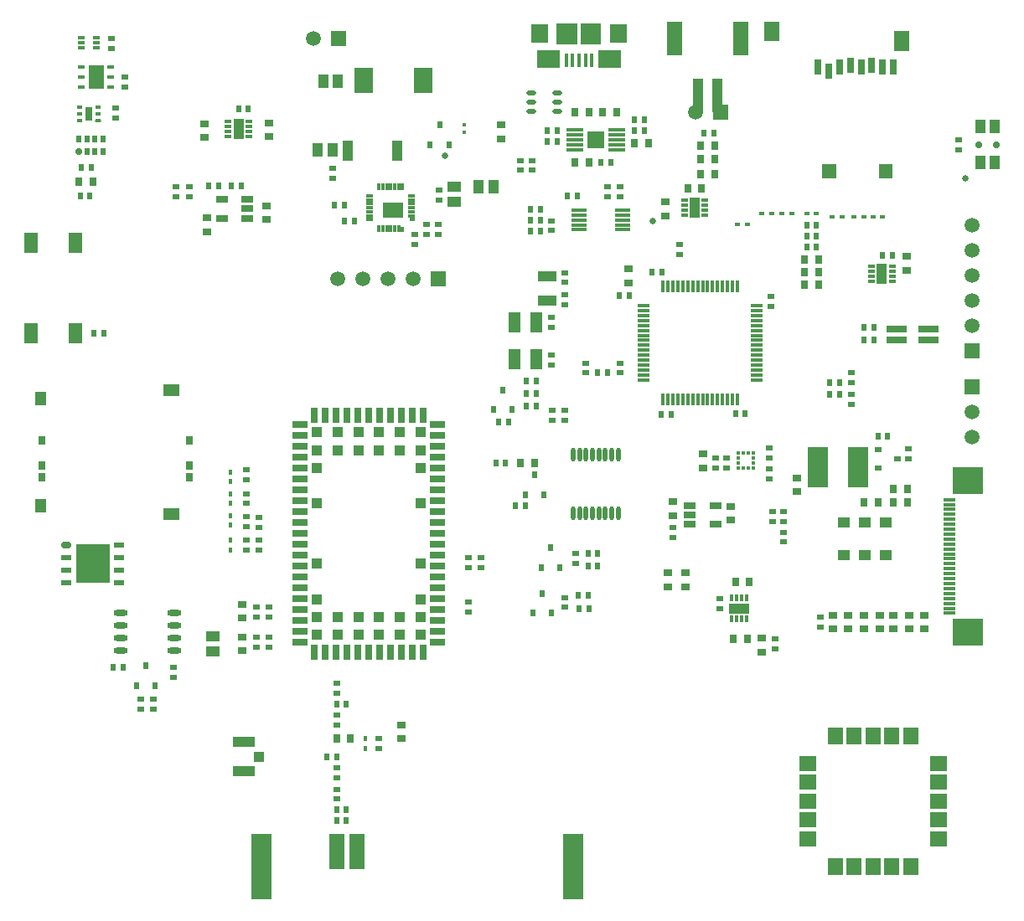
<source format=gbr>
%TF.GenerationSoftware,Altium Limited,Altium Designer,20.2.6 (244)*%
G04 Layer_Color=8388736*
%FSLAX45Y45*%
%MOMM*%
%TF.SameCoordinates,65E78103-6D03-462D-AAE3-041F84C347C7*%
%TF.FilePolarity,Negative*%
%TF.FileFunction,Soldermask,Top*%
%TF.Part,Single*%
G01*
G75*
%TA.AperFunction,SMDPad,CuDef*%
%ADD14R,1.50000X3.60000*%
%ADD15R,2.10000X6.60000*%
%ADD19R,2.20000X1.05000*%
%ADD20R,1.05000X1.00000*%
%ADD21O,1.00000X0.50000*%
%ADD22R,1.10000X1.40000*%
%TA.AperFunction,ConnectorPad*%
%ADD29R,1.80000X1.90000*%
%ADD30R,0.40000X1.35000*%
%TA.AperFunction,SMDPad,CuDef*%
%ADD31O,0.45000X1.40000*%
%ADD32R,1.40000X2.10000*%
%TA.AperFunction,ConnectorPad*%
%ADD33R,1.05000X1.40000*%
%TA.AperFunction,SMDPad,CuDef*%
%ADD34R,1.50000X1.80000*%
%ADD35R,1.80000X1.50000*%
%TA.AperFunction,ConnectorPad*%
%ADD36R,0.80000X0.90000*%
%TA.AperFunction,SMDPad,CuDef*%
%ADD40O,1.45000X0.60000*%
%ADD41R,0.90000X0.80000*%
%ADD42R,0.80000X1.50000*%
%ADD43R,1.50000X0.80000*%
%TA.AperFunction,BGAPad,CuDef*%
%ADD44R,1.10000X1.10000*%
%TA.AperFunction,SMDPad,CuDef*%
%ADD45R,0.30000X0.50000*%
%ADD46R,0.80000X0.90000*%
%ADD47R,1.40000X1.10000*%
%ADD49R,0.80000X1.50000*%
%ADD50R,1.00000X3.50000*%
%ADD51R,1.50000X3.40000*%
%ADD55R,0.80000X0.40000*%
%ADD56R,1.50000X2.40000*%
%ADD66R,0.50000X0.30000*%
%ADD71R,0.37500X0.35000*%
%ADD72R,0.35000X0.37500*%
%TA.AperFunction,ComponentPad*%
%ADD80R,1.50000X1.50000*%
%ADD81C,1.50000*%
%ADD82C,0.70000*%
%ADD83R,1.50000X1.50000*%
%TA.AperFunction,ViaPad*%
%ADD84C,0.65000*%
%TA.AperFunction,SMDPad,CuDef*%
%ADD101R,1.20000X0.70000*%
G04:AMPARAMS|DCode=102|XSize=0.6mm|YSize=0.7mm|CornerRadius=0mm|HoleSize=0mm|Usage=FLASHONLY|Rotation=0.000|XOffset=0mm|YOffset=0mm|HoleType=Round|Shape=Octagon|*
%AMOCTAGOND102*
4,1,8,-0.15000,0.35000,0.15000,0.35000,0.30000,0.20000,0.30000,-0.20000,0.15000,-0.35000,-0.15000,-0.35000,-0.30000,-0.20000,-0.30000,0.20000,-0.15000,0.35000,0.0*
%
%ADD102OCTAGOND102*%

%ADD103R,0.60000X0.70000*%
%ADD104R,0.70000X0.60000*%
%ADD105R,1.30000X0.40000*%
%ADD106R,0.40000X1.30000*%
%ADD107R,2.10000X1.60000*%
%ADD108R,0.60000X0.30000*%
%ADD109R,0.75000X0.30000*%
%ADD110R,0.30000X0.60000*%
%ADD111R,0.30000X0.75000*%
%ADD112R,1.90000X2.50000*%
G04:AMPARAMS|DCode=113|XSize=1.06mm|YSize=0.6mm|CornerRadius=0.175mm|HoleSize=0mm|Usage=FLASHONLY|Rotation=0.000|XOffset=0mm|YOffset=0mm|HoleType=Round|Shape=RoundedRectangle|*
%AMROUNDEDRECTD113*
21,1,1.06000,0.25000,0,0,0.0*
21,1,0.71000,0.60000,0,0,0.0*
1,1,0.35000,0.35500,-0.12500*
1,1,0.35000,-0.35500,-0.12500*
1,1,0.35000,-0.35500,0.12500*
1,1,0.35000,0.35500,0.12500*
%
%ADD113ROUNDEDRECTD113*%
%ADD114R,1.06000X0.60000*%
%ADD115R,3.50000X3.90000*%
%ADD116R,1.30000X1.00000*%
%ADD117R,1.30000X2.10000*%
%ADD118R,1.90000X1.10000*%
%ADD119R,2.10000X0.65000*%
%ADD120R,0.75000X1.45000*%
%ADD121R,0.60000X0.35000*%
G04:AMPARAMS|DCode=122|XSize=0.6mm|YSize=0.35mm|CornerRadius=0.1125mm|HoleSize=0mm|Usage=FLASHONLY|Rotation=0.000|XOffset=0mm|YOffset=0mm|HoleType=Round|Shape=RoundedRectangle|*
%AMROUNDEDRECTD122*
21,1,0.60000,0.12500,0,0,0.0*
21,1,0.37500,0.35000,0,0,0.0*
1,1,0.22500,0.18750,-0.06250*
1,1,0.22500,-0.18750,-0.06250*
1,1,0.22500,-0.18750,0.06250*
1,1,0.22500,0.18750,0.06250*
%
%ADD122ROUNDEDRECTD122*%
%ADD123R,0.77000X0.40000*%
%ADD124R,0.35000X0.46000*%
%ADD125R,0.80000X0.40000*%
%ADD126R,1.05000X2.05000*%
%ADD127R,1.10000X2.10000*%
%ADD128R,1.55000X0.40000*%
%ADD129R,1.70000X0.40000*%
%ADD130R,1.70000X1.70000*%
%ADD131R,0.40000X0.80000*%
%ADD132R,2.05000X1.05000*%
%ADD133R,2.10000X4.10000*%
%ADD134R,1.30000X0.40000*%
%ADD135R,3.10000X2.80000*%
G36*
X5695000Y8745000D02*
X5485000D01*
Y8955000D01*
X5695000D01*
Y8745000D01*
D02*
G37*
G36*
X5515000Y8505000D02*
X5285000D01*
Y8685000D01*
X5515000D01*
Y8505000D01*
D02*
G37*
G36*
X1671000Y5188500D02*
X1511001D01*
Y5303500D01*
X1671000D01*
Y5188500D01*
D02*
G37*
G36*
X329000Y5092500D02*
X214001D01*
Y5232500D01*
X329000D01*
Y5092500D01*
D02*
G37*
G36*
Y4007500D02*
X214001D01*
Y4147500D01*
X329000D01*
Y4007500D01*
D02*
G37*
G36*
X1671000Y3936500D02*
X1511001D01*
Y4051500D01*
X1671000D01*
Y3936500D01*
D02*
G37*
G36*
X6135000Y8505000D02*
X5905000D01*
Y8685000D01*
X6135000D01*
Y8505000D01*
D02*
G37*
G36*
X5935000Y8745000D02*
X5725000D01*
Y8955000D01*
X5935000D01*
Y8745000D01*
D02*
G37*
G36*
X7585000Y8975000D02*
X7735000D01*
Y8775000D01*
X7585000D01*
Y8975000D01*
D02*
G37*
G36*
X8170000Y7535000D02*
X8310000D01*
Y7385000D01*
X8170000D01*
Y7535000D01*
D02*
G37*
G36*
X8740000D02*
X8880000D01*
Y7385000D01*
X8740000D01*
Y7535000D01*
D02*
G37*
G36*
X8895000Y8875000D02*
X9045000D01*
Y8675000D01*
X8895000D01*
Y8875000D01*
D02*
G37*
D14*
X3260000Y580000D02*
D03*
X3470000D02*
D03*
D15*
X2500000Y430000D02*
D03*
X5650000D02*
D03*
D19*
X2327500Y1392500D02*
D03*
Y1687500D02*
D03*
D20*
X2480000Y1540000D02*
D03*
D21*
X5225000Y8255000D02*
D03*
Y8160000D02*
D03*
Y8065000D02*
D03*
X5495000Y8255000D02*
D03*
Y8160000D02*
D03*
Y8065000D02*
D03*
D22*
X4845000Y7300000D02*
D03*
X4695000D02*
D03*
X3125000Y8370000D02*
D03*
X3275000D02*
D03*
X3073000Y7680000D02*
D03*
X3223000D02*
D03*
D29*
X5310000Y8850000D02*
D03*
X6110000D02*
D03*
D30*
X5840000Y8582500D02*
D03*
X5775000D02*
D03*
X5580000D02*
D03*
X5645000D02*
D03*
X5710000D02*
D03*
D31*
X5652500Y4005000D02*
D03*
X5717500D02*
D03*
X5782500D02*
D03*
X5847500D02*
D03*
X5912500D02*
D03*
X5977500D02*
D03*
X6042500D02*
D03*
X6107500D02*
D03*
X5652500Y4595000D02*
D03*
X5717500D02*
D03*
X5782500D02*
D03*
X5847500D02*
D03*
X5912500D02*
D03*
X5977500D02*
D03*
X6042500D02*
D03*
X6107500D02*
D03*
D32*
X177000Y6735000D02*
D03*
X623000D02*
D03*
X177000Y5825000D02*
D03*
X623000D02*
D03*
D33*
X9767500Y7550000D02*
D03*
Y7910000D02*
D03*
X9912500Y7550000D02*
D03*
Y7910000D02*
D03*
D34*
X9060000Y1750000D02*
D03*
X8870000D02*
D03*
X8680000D02*
D03*
X8490000D02*
D03*
X8300000D02*
D03*
Y430000D02*
D03*
X8490000D02*
D03*
X8680000D02*
D03*
X8870000D02*
D03*
X9060000D02*
D03*
D35*
X8020000Y1470000D02*
D03*
Y1280000D02*
D03*
Y1090000D02*
D03*
Y900000D02*
D03*
Y710000D02*
D03*
X9340000D02*
D03*
Y900000D02*
D03*
Y1090000D02*
D03*
Y1280000D02*
D03*
Y1470000D02*
D03*
D36*
X1777001Y4741000D02*
D03*
Y4487000D02*
D03*
Y4363000D02*
D03*
X283000Y4741000D02*
D03*
Y4487000D02*
D03*
Y4363000D02*
D03*
D40*
X1077501Y2990500D02*
D03*
Y2863500D02*
D03*
Y2736500D02*
D03*
Y2609500D02*
D03*
X1622501Y2990500D02*
D03*
Y2863500D02*
D03*
Y2736500D02*
D03*
Y2609500D02*
D03*
D41*
X2310000Y2610000D02*
D03*
Y2750000D02*
D03*
X2310001Y3080000D02*
D03*
Y2940000D02*
D03*
X3920000Y1720000D02*
D03*
Y1860000D02*
D03*
X6790001Y3400000D02*
D03*
Y3260000D02*
D03*
X6610001Y3400000D02*
D03*
Y3260000D02*
D03*
X6209974Y6330000D02*
D03*
Y6470000D02*
D03*
X2580000Y7810000D02*
D03*
Y7950000D02*
D03*
X1930000Y7800000D02*
D03*
Y7940000D02*
D03*
X1950000Y6850000D02*
D03*
Y6990000D02*
D03*
X2550000Y7110000D02*
D03*
Y6970000D02*
D03*
X4920000Y7930000D02*
D03*
Y7790000D02*
D03*
X6580000Y7010000D02*
D03*
Y7150000D02*
D03*
X6660000Y3980000D02*
D03*
Y4120000D02*
D03*
X7240001Y3930000D02*
D03*
Y4070000D02*
D03*
X6960000Y4600000D02*
D03*
Y4460000D02*
D03*
X7560000Y2740000D02*
D03*
Y2600000D02*
D03*
X9020000Y6460000D02*
D03*
Y6600000D02*
D03*
X8750001Y2970000D02*
D03*
Y2830000D02*
D03*
X8430001Y2970000D02*
D03*
Y2830000D02*
D03*
X8280001Y2970000D02*
D03*
Y2830000D02*
D03*
X8590001Y2970000D02*
D03*
Y2830000D02*
D03*
X8890001Y2970000D02*
D03*
Y2830000D02*
D03*
X9200001Y2970000D02*
D03*
Y2830000D02*
D03*
X9050001Y2970000D02*
D03*
Y2830000D02*
D03*
X7910000Y4360000D02*
D03*
Y4220000D02*
D03*
D42*
X4135000Y2600000D02*
D03*
X4025000D02*
D03*
X3915001D02*
D03*
X3805001D02*
D03*
X3695000D02*
D03*
X3585000D02*
D03*
X3475000D02*
D03*
X3365000D02*
D03*
X3255000D02*
D03*
X3145001D02*
D03*
X3035001D02*
D03*
X3035000Y4990000D02*
D03*
X3145000D02*
D03*
X3255000D02*
D03*
X3365000D02*
D03*
X3475000D02*
D03*
X3585000D02*
D03*
X3695000D02*
D03*
X3805000D02*
D03*
X3915000D02*
D03*
X4025000D02*
D03*
X4135000D02*
D03*
D43*
X2890000Y2695000D02*
D03*
Y2805000D02*
D03*
Y2915000D02*
D03*
Y3025000D02*
D03*
Y3135000D02*
D03*
Y3245000D02*
D03*
Y3355000D02*
D03*
Y3465000D02*
D03*
Y3575000D02*
D03*
Y3685000D02*
D03*
Y3795000D02*
D03*
Y3905000D02*
D03*
Y4015000D02*
D03*
Y4125000D02*
D03*
Y4235000D02*
D03*
Y4345000D02*
D03*
Y4455000D02*
D03*
Y4565000D02*
D03*
Y4675000D02*
D03*
Y4785000D02*
D03*
Y4895000D02*
D03*
X4280000D02*
D03*
Y4785000D02*
D03*
Y4675000D02*
D03*
Y4565000D02*
D03*
Y4455000D02*
D03*
Y4345000D02*
D03*
Y4235000D02*
D03*
Y4125000D02*
D03*
Y4015000D02*
D03*
Y3905000D02*
D03*
Y3795000D02*
D03*
Y3684999D02*
D03*
Y3575000D02*
D03*
Y3465000D02*
D03*
Y3355000D02*
D03*
Y3245000D02*
D03*
Y3135000D02*
D03*
Y3025000D02*
D03*
Y2915000D02*
D03*
Y2804999D02*
D03*
Y2695000D02*
D03*
D44*
X3060000Y4820000D02*
D03*
X3270000D02*
D03*
X3480000D02*
D03*
X3690000D02*
D03*
X3900000D02*
D03*
X4110000D02*
D03*
X3060000Y4640000D02*
D03*
X3270000D02*
D03*
X3480000D02*
D03*
X3690000D02*
D03*
X3900000D02*
D03*
X4110000D02*
D03*
X3060000Y4460000D02*
D03*
X4110000D02*
D03*
X3060000Y4100000D02*
D03*
X4110000D02*
D03*
X3060000Y3490000D02*
D03*
X4110000D02*
D03*
X3060000Y3130000D02*
D03*
X4110000D02*
D03*
X3060000Y2950000D02*
D03*
X3270000D02*
D03*
X3480000D02*
D03*
X3690000D02*
D03*
X3900000D02*
D03*
X4110000D02*
D03*
X3060000Y2770000D02*
D03*
X3270000D02*
D03*
X3480000D02*
D03*
X3690000D02*
D03*
X3900000D02*
D03*
X4110000D02*
D03*
D45*
X3550000Y1720000D02*
D03*
Y1620000D02*
D03*
X2190001Y3630000D02*
D03*
Y3730000D02*
D03*
Y3980001D02*
D03*
Y3880001D02*
D03*
Y4200000D02*
D03*
Y4100000D02*
D03*
Y4420001D02*
D03*
Y4320001D02*
D03*
D46*
X3260000Y1720000D02*
D03*
X3400000D02*
D03*
X5260000Y4510000D02*
D03*
X5120000D02*
D03*
X800000Y7350000D02*
D03*
X660000D02*
D03*
X5670000Y7550000D02*
D03*
X5810000D02*
D03*
X5810000Y8060000D02*
D03*
X5670000D02*
D03*
X5950000Y8060000D02*
D03*
X6090000D02*
D03*
X6270000Y7740000D02*
D03*
X6410000D02*
D03*
X6810000Y7290000D02*
D03*
X6950000D02*
D03*
X6940000Y7430000D02*
D03*
X7080000D02*
D03*
X6940000Y7580000D02*
D03*
X7080000D02*
D03*
X7990000Y6310000D02*
D03*
X8130000D02*
D03*
X7990000Y6570001D02*
D03*
X8130000D02*
D03*
X6940000Y7720000D02*
D03*
X7080000D02*
D03*
X7990000Y6440001D02*
D03*
X8130000D02*
D03*
X7410000Y2729999D02*
D03*
X7270000D02*
D03*
X7430000Y3309999D02*
D03*
X7290000D02*
D03*
X8590001Y4110000D02*
D03*
X8730001D02*
D03*
X9030001Y4250001D02*
D03*
X8890001D02*
D03*
X9030001Y4110000D02*
D03*
X8890001D02*
D03*
D47*
X2010000Y2605000D02*
D03*
Y2755000D02*
D03*
X4448000Y7149999D02*
D03*
Y7299999D02*
D03*
D49*
X8120000Y8510000D02*
D03*
X8230000Y8470000D02*
D03*
X8340000Y8510000D02*
D03*
X8450000Y8530000D02*
D03*
X8560000Y8510000D02*
D03*
X8670000Y8530000D02*
D03*
X8780000Y8510000D02*
D03*
X8890000D02*
D03*
D50*
X6910000Y8230000D02*
D03*
X7110000D02*
D03*
D51*
X6675000Y8805000D02*
D03*
X7345000D02*
D03*
D55*
X680000Y8510000D02*
D03*
Y8410000D02*
D03*
Y8310000D02*
D03*
X980000Y8510000D02*
D03*
Y8410000D02*
D03*
Y8310000D02*
D03*
D56*
X830000Y8410000D02*
D03*
D66*
X7310000Y6920000D02*
D03*
X7410000D02*
D03*
X8110000Y7030001D02*
D03*
X8010000D02*
D03*
X8270000Y7000000D02*
D03*
X8370000D02*
D03*
X8590000Y7000000D02*
D03*
X8490000D02*
D03*
X8780000D02*
D03*
X8680000D02*
D03*
X7660000Y7030000D02*
D03*
X7560000D02*
D03*
X7860000D02*
D03*
X7760000D02*
D03*
D71*
X7471250Y4461250D02*
D03*
Y4611251D02*
D03*
X7318750D02*
D03*
Y4461250D02*
D03*
X7471250Y4561250D02*
D03*
Y4511251D02*
D03*
X7318750Y4561250D02*
D03*
Y4511251D02*
D03*
D72*
X7420000Y4460000D02*
D03*
X7370000D02*
D03*
X7420000Y4612501D02*
D03*
X7370000D02*
D03*
D80*
X7140000Y8060000D02*
D03*
X4288000Y6370000D02*
D03*
X3284000Y8800000D02*
D03*
D81*
X6886000Y8060000D02*
D03*
X3272000Y6370000D02*
D03*
X3526000D02*
D03*
X3780000D02*
D03*
X4034000D02*
D03*
X3030000Y8800000D02*
D03*
X9680000Y4776000D02*
D03*
Y5030000D02*
D03*
Y5894000D02*
D03*
Y6148000D02*
D03*
Y6402000D02*
D03*
Y6656000D02*
D03*
Y6910000D02*
D03*
D82*
X9750000Y7730000D02*
D03*
X9930000D02*
D03*
D83*
X9680000Y5284000D02*
D03*
Y5640000D02*
D03*
D84*
X4360000Y7620000D02*
D03*
X6460000Y6960000D02*
D03*
X9610000Y7390000D02*
D03*
D101*
X2100000Y6984975D02*
D03*
Y7174975D02*
D03*
X2360000D02*
D03*
Y7079975D02*
D03*
Y6984975D02*
D03*
X6830001Y4080000D02*
D03*
Y3985000D02*
D03*
Y3890000D02*
D03*
X7090001D02*
D03*
Y4080000D02*
D03*
D102*
X660000Y7660000D02*
D03*
D103*
X740000D02*
D03*
X820000D02*
D03*
X900000D02*
D03*
Y7787600D02*
D03*
X820000D02*
D03*
X740000D02*
D03*
X660000D02*
D03*
X810000Y5820000D02*
D03*
X910000D02*
D03*
X1104976Y2442475D02*
D03*
X1004976D02*
D03*
X1335001Y2457475D02*
D03*
X1430001Y2257475D02*
D03*
X1240001D02*
D03*
X3260000Y1000000D02*
D03*
X3360000D02*
D03*
X3260000Y1540000D02*
D03*
X3160000D02*
D03*
X3360000Y890000D02*
D03*
X3260000D02*
D03*
Y2070000D02*
D03*
X3360000D02*
D03*
X5170000Y4080000D02*
D03*
X5070001D02*
D03*
X4870000Y4510000D02*
D03*
X4970000D02*
D03*
X5165000Y4190000D02*
D03*
X5355000D02*
D03*
X5260000Y4390000D02*
D03*
X5000000Y4920000D02*
D03*
X4900000D02*
D03*
X5180000Y5085000D02*
D03*
X5279999D02*
D03*
Y5335050D02*
D03*
X5180000D02*
D03*
X5900000Y5420000D02*
D03*
X6000000D02*
D03*
X6119999Y6199974D02*
D03*
X6219999D02*
D03*
X6540000Y5000000D02*
D03*
X6640000D02*
D03*
X6550000Y6440000D02*
D03*
X6450000D02*
D03*
X7289999Y5009974D02*
D03*
X7389999D02*
D03*
X8589999Y5750000D02*
D03*
X8689999D02*
D03*
X8589999Y5880000D02*
D03*
X8689999D02*
D03*
X4844999Y5050000D02*
D03*
X5034999D02*
D03*
X4939999Y5250000D02*
D03*
X5180000Y5210025D02*
D03*
X5279999D02*
D03*
X3240000Y7120000D02*
D03*
X3340000D02*
D03*
X4208000Y7730000D02*
D03*
X4398000D02*
D03*
X4303000Y7930000D02*
D03*
X3440000Y6960000D02*
D03*
X3340000D02*
D03*
X2270000Y8090001D02*
D03*
X2370000D02*
D03*
X5320000Y6858000D02*
D03*
X5220000D02*
D03*
X5320000Y6968000D02*
D03*
X5220000D02*
D03*
X5590000Y7210000D02*
D03*
X5690000D02*
D03*
X5320000Y7078000D02*
D03*
X5220000D02*
D03*
X1970000Y7310000D02*
D03*
X2070000D02*
D03*
X680000Y7494775D02*
D03*
X780000D02*
D03*
X670000Y7210000D02*
D03*
X770000D02*
D03*
X2200000Y7310000D02*
D03*
X2300000D02*
D03*
X5490000Y7760000D02*
D03*
X5390000D02*
D03*
X5490000Y7870000D02*
D03*
X5390000D02*
D03*
X6030000Y7550000D02*
D03*
X5930000D02*
D03*
X6270000Y7870000D02*
D03*
X6370000D02*
D03*
X7070001Y7847975D02*
D03*
X6970001D02*
D03*
X8110000Y6800001D02*
D03*
X8010000D02*
D03*
X8110000Y6690001D02*
D03*
X8010000D02*
D03*
X8110000Y6910001D02*
D03*
X8010000D02*
D03*
X8880000Y6610000D02*
D03*
X8780000D02*
D03*
X6370000Y7980000D02*
D03*
X6270000D02*
D03*
X5339976Y3190026D02*
D03*
X5434975Y2990026D02*
D03*
X5244976D02*
D03*
X5704954Y3170001D02*
D03*
X5804953D02*
D03*
X5710001Y3040001D02*
D03*
X5810001D02*
D03*
X5800001Y3594976D02*
D03*
X5900001D02*
D03*
X5425001Y3655001D02*
D03*
X5520001Y3455001D02*
D03*
X5330001D02*
D03*
X5800001Y3469950D02*
D03*
X5900001D02*
D03*
X8240000Y5200000D02*
D03*
X8340000D02*
D03*
X8830001Y4780000D02*
D03*
X8730001D02*
D03*
X8240000Y5320000D02*
D03*
X8340000D02*
D03*
D104*
X4590026Y3100000D02*
D03*
Y3000000D02*
D03*
X1280001Y2020000D02*
D03*
Y2120000D02*
D03*
X1410001Y2120000D02*
D03*
Y2020000D02*
D03*
X1610001Y2442474D02*
D03*
Y2342475D02*
D03*
X2350001Y3630000D02*
D03*
Y3730000D02*
D03*
Y3970000D02*
D03*
Y3870000D02*
D03*
Y4200000D02*
D03*
Y4100000D02*
D03*
Y4440000D02*
D03*
Y4340000D02*
D03*
X2480001Y3630001D02*
D03*
Y3730000D02*
D03*
X2450001Y2750000D02*
D03*
Y2650000D02*
D03*
Y2950000D02*
D03*
Y3050000D02*
D03*
X2480000Y3960000D02*
D03*
Y3860000D02*
D03*
X3260000Y1110000D02*
D03*
Y1210000D02*
D03*
Y1430000D02*
D03*
Y1330000D02*
D03*
Y1860000D02*
D03*
Y1960000D02*
D03*
Y2280000D02*
D03*
Y2180000D02*
D03*
X2580001Y2750000D02*
D03*
Y2650000D02*
D03*
Y2950000D02*
D03*
Y3050000D02*
D03*
X3690000Y1720000D02*
D03*
Y1620000D02*
D03*
X5439999Y4940000D02*
D03*
Y5040000D02*
D03*
X5429999Y5500000D02*
D03*
Y5599999D02*
D03*
Y5984974D02*
D03*
Y5884975D02*
D03*
X5565025Y6210000D02*
D03*
Y6110000D02*
D03*
Y6335025D02*
D03*
Y6435025D02*
D03*
X5569999Y4940000D02*
D03*
Y5040000D02*
D03*
X5774974Y5520000D02*
D03*
Y5420000D02*
D03*
X7649999Y6090000D02*
D03*
Y6190000D02*
D03*
X6125025Y5520000D02*
D03*
Y5420000D02*
D03*
X6730000Y6620000D02*
D03*
Y6720000D02*
D03*
X6130000Y7200000D02*
D03*
Y7300000D02*
D03*
X6000000Y7200000D02*
D03*
Y7300000D02*
D03*
X1030000Y8000000D02*
D03*
Y8100000D02*
D03*
X990000Y8800000D02*
D03*
Y8700000D02*
D03*
X3220000Y7390000D02*
D03*
Y7490000D02*
D03*
X4168000Y6820000D02*
D03*
Y6919999D02*
D03*
X4288000Y6820000D02*
D03*
Y6919999D02*
D03*
X4298000Y7170000D02*
D03*
Y7269999D02*
D03*
X1120000Y8410000D02*
D03*
Y8310000D02*
D03*
X4048000Y6819999D02*
D03*
Y6720000D02*
D03*
X5430000Y6960000D02*
D03*
Y6860000D02*
D03*
X1640000Y7300000D02*
D03*
Y7200000D02*
D03*
X1770000Y7300000D02*
D03*
Y7200000D02*
D03*
X5240000Y7470000D02*
D03*
Y7570000D02*
D03*
X5120000Y7470000D02*
D03*
Y7570000D02*
D03*
X4590001Y3450000D02*
D03*
Y3550000D02*
D03*
X4720001Y3450000D02*
D03*
Y3550000D02*
D03*
X6660001Y3860000D02*
D03*
Y3760000D02*
D03*
X7130000Y3139999D02*
D03*
Y3040000D02*
D03*
X7200000Y4460000D02*
D03*
Y4560000D02*
D03*
X7630000Y4450000D02*
D03*
Y4350000D02*
D03*
Y4560000D02*
D03*
Y4660000D02*
D03*
X7090000Y4460000D02*
D03*
Y4560000D02*
D03*
X9550000Y7680000D02*
D03*
Y7780000D02*
D03*
X5570001Y3150001D02*
D03*
Y3050001D02*
D03*
X5674976Y3594975D02*
D03*
Y3494975D02*
D03*
X7690000Y2630000D02*
D03*
Y2730000D02*
D03*
X8460000Y5100000D02*
D03*
Y5200000D02*
D03*
Y5420000D02*
D03*
Y5320000D02*
D03*
X7670000Y3920000D02*
D03*
Y4020000D02*
D03*
X7780000Y3920000D02*
D03*
Y4020000D02*
D03*
X9040001Y4550000D02*
D03*
Y4650000D02*
D03*
X8730001Y4645000D02*
D03*
Y4455000D02*
D03*
X8930001Y4550000D02*
D03*
X7780000Y3710000D02*
D03*
Y3810000D02*
D03*
X8150001Y2850000D02*
D03*
Y2950000D02*
D03*
D105*
X6359999Y6099999D02*
D03*
Y5499999D02*
D03*
Y5700000D02*
D03*
Y5899999D02*
D03*
Y5950000D02*
D03*
Y5999999D02*
D03*
Y6050000D02*
D03*
Y5749999D02*
D03*
Y5800000D02*
D03*
Y5849999D02*
D03*
Y5550000D02*
D03*
Y5599999D02*
D03*
Y5649999D02*
D03*
Y5399999D02*
D03*
Y5450000D02*
D03*
Y5349999D02*
D03*
X7509999Y5350000D02*
D03*
Y5400000D02*
D03*
Y5450000D02*
D03*
Y5500000D02*
D03*
Y5550000D02*
D03*
Y5600000D02*
D03*
Y5650000D02*
D03*
Y5700000D02*
D03*
Y5750000D02*
D03*
Y5800000D02*
D03*
Y5850000D02*
D03*
Y5900000D02*
D03*
Y5950000D02*
D03*
Y6000000D02*
D03*
Y6050000D02*
D03*
Y6100000D02*
D03*
D106*
X6559999Y6300000D02*
D03*
Y5149999D02*
D03*
X6609999Y5150000D02*
D03*
X6659999D02*
D03*
X6709999D02*
D03*
X6759999D02*
D03*
X6809999D02*
D03*
X6859999D02*
D03*
X6909999D02*
D03*
X6959999D02*
D03*
X7009999D02*
D03*
X7059999D02*
D03*
X7109999D02*
D03*
X7159999D02*
D03*
X7209999D02*
D03*
X7259999D02*
D03*
X7309999D02*
D03*
Y6300000D02*
D03*
X7259999D02*
D03*
X7209999D02*
D03*
X7159999D02*
D03*
X7109999D02*
D03*
X7059999D02*
D03*
X7009999D02*
D03*
X6959999D02*
D03*
X6909999D02*
D03*
X6859999D02*
D03*
X6809999D02*
D03*
X6759999D02*
D03*
X6709999D02*
D03*
X6659999D02*
D03*
X6609999D02*
D03*
D107*
X3828000Y7069999D02*
D03*
D108*
X4025500Y6969999D02*
D03*
D109*
X4018000Y7209999D02*
D03*
Y7169999D02*
D03*
Y7129999D02*
D03*
Y7089999D02*
D03*
Y7049999D02*
D03*
Y7009999D02*
D03*
X3598000Y6969999D02*
D03*
Y7009999D02*
D03*
Y7049999D02*
D03*
Y7089999D02*
D03*
Y7129999D02*
D03*
Y7169999D02*
D03*
Y7209999D02*
D03*
D110*
X3928000Y6872499D02*
D03*
D111*
X3888000Y6879999D02*
D03*
X3848000D02*
D03*
X3808000D02*
D03*
X3768000D02*
D03*
X3728000D02*
D03*
X3688000D02*
D03*
Y7299999D02*
D03*
X3728000D02*
D03*
X3768000D02*
D03*
X3928000D02*
D03*
X3888000D02*
D03*
X3848000D02*
D03*
X3808000D02*
D03*
D112*
X3538000Y8379999D02*
D03*
X4138000D02*
D03*
D113*
X530000Y3680000D02*
D03*
D114*
Y3299000D02*
D03*
Y3553000D02*
D03*
Y3426000D02*
D03*
X1065000Y3299000D02*
D03*
Y3426000D02*
D03*
Y3553000D02*
D03*
Y3680000D02*
D03*
D115*
X800000Y3490000D02*
D03*
D116*
X8600001Y3910000D02*
D03*
Y3580000D02*
D03*
X8390001D02*
D03*
Y3910000D02*
D03*
X8810001Y3580000D02*
D03*
Y3910000D02*
D03*
D117*
X5280000Y5560000D02*
D03*
Y5930000D02*
D03*
X5060000D02*
D03*
Y5560000D02*
D03*
D118*
X5389999Y6150000D02*
D03*
Y6400000D02*
D03*
D119*
X9240000Y5860000D02*
D03*
X8920000D02*
D03*
X9240000Y5750000D02*
D03*
X8920000D02*
D03*
D120*
X760001Y8040000D02*
D03*
D121*
X665001Y7975000D02*
D03*
Y8040000D02*
D03*
Y8105000D02*
D03*
X855001D02*
D03*
Y8040000D02*
D03*
D122*
Y7975000D02*
D03*
D123*
X680001Y8809999D02*
D03*
Y8759999D02*
D03*
Y8710000D02*
D03*
X830001D02*
D03*
Y8759999D02*
D03*
Y8809999D02*
D03*
D124*
X4548000Y7850000D02*
D03*
Y7930000D02*
D03*
D125*
X2375000Y7815001D02*
D03*
X2165000D02*
D03*
X2375000Y7965001D02*
D03*
Y7915001D02*
D03*
Y7865001D02*
D03*
X2165000Y7965001D02*
D03*
Y7865001D02*
D03*
Y7915001D02*
D03*
X6985000Y7015000D02*
D03*
X6775000D02*
D03*
X6985000Y7165000D02*
D03*
Y7115000D02*
D03*
Y7065000D02*
D03*
X6775000Y7165000D02*
D03*
Y7065000D02*
D03*
Y7115000D02*
D03*
X8875000Y6345000D02*
D03*
X8665000D02*
D03*
X8875000Y6495000D02*
D03*
Y6445000D02*
D03*
Y6395000D02*
D03*
X8665000Y6495000D02*
D03*
Y6395000D02*
D03*
Y6445000D02*
D03*
D126*
X2270000Y7890000D02*
D03*
X6880000Y7090000D02*
D03*
X8770000Y6420000D02*
D03*
D127*
X3370000Y7670000D02*
D03*
X3870000D02*
D03*
D128*
X6150000Y6868000D02*
D03*
Y6918000D02*
D03*
Y6968000D02*
D03*
Y7018000D02*
D03*
Y7068000D02*
D03*
X5710000D02*
D03*
Y7018000D02*
D03*
Y6968000D02*
D03*
Y6918000D02*
D03*
Y6868000D02*
D03*
D129*
X5670000Y7880000D02*
D03*
Y7830000D02*
D03*
Y7780000D02*
D03*
Y7730000D02*
D03*
Y7680000D02*
D03*
X6090000D02*
D03*
Y7730000D02*
D03*
Y7780000D02*
D03*
Y7830000D02*
D03*
Y7880000D02*
D03*
D130*
X5880000Y7780000D02*
D03*
D131*
X7405000Y3145000D02*
D03*
Y2934999D02*
D03*
X7255000Y3145000D02*
D03*
X7305000D02*
D03*
X7355000D02*
D03*
X7255000Y2934999D02*
D03*
X7355000D02*
D03*
X7305000D02*
D03*
D132*
X7330000Y3040000D02*
D03*
D133*
X8530001Y4470000D02*
D03*
X8120001D02*
D03*
D134*
X9450001Y2990000D02*
D03*
Y3040000D02*
D03*
Y3090000D02*
D03*
Y3140000D02*
D03*
Y3190000D02*
D03*
Y3240000D02*
D03*
Y3290000D02*
D03*
Y3340000D02*
D03*
Y3390000D02*
D03*
Y3440000D02*
D03*
Y3490000D02*
D03*
Y3540000D02*
D03*
Y3590000D02*
D03*
Y3640000D02*
D03*
Y3690000D02*
D03*
Y3740000D02*
D03*
Y3790000D02*
D03*
Y3840000D02*
D03*
Y3890000D02*
D03*
Y3940000D02*
D03*
Y3990000D02*
D03*
Y4040000D02*
D03*
Y4090000D02*
D03*
Y4140000D02*
D03*
D135*
X9640001Y2800000D02*
D03*
Y4330000D02*
D03*
%TF.MD5,1b33f1ee32295bcfea1e90071af0126f*%
M02*

</source>
